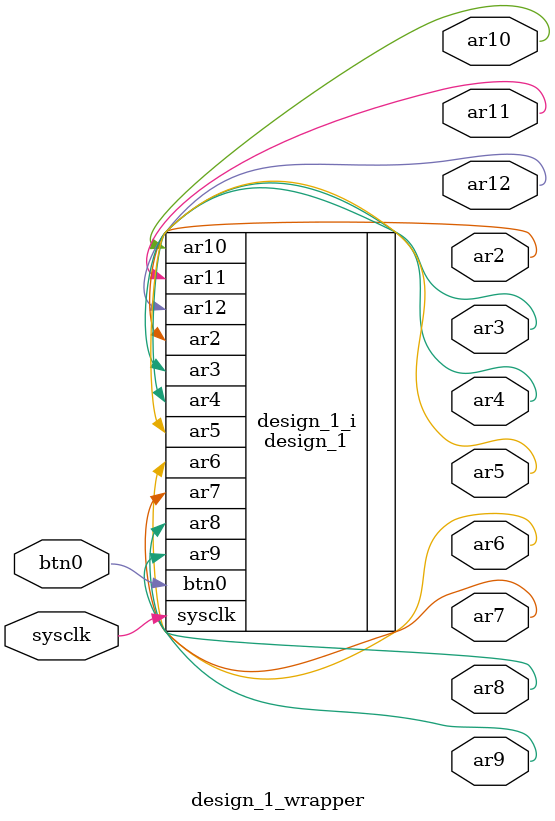
<source format=v>
`timescale 1 ps / 1 ps

module design_1_wrapper
   (ar10,
    ar11,
    ar12,
    ar2,
    ar3,
    ar4,
    ar5,
    ar6,
    ar7,
    ar8,
    ar9,
    btn0,
    sysclk);
  output ar10;
  output ar11;
  output ar12;
  output ar2;
  output ar3;
  output ar4;
  output ar5;
  output ar6;
  output ar7;
  output ar8;
  output ar9;
  input btn0;
  input sysclk;

  wire ar10;
  wire ar11;
  wire ar12;
  wire ar2;
  wire ar3;
  wire ar4;
  wire ar5;
  wire ar6;
  wire ar7;
  wire ar8;
  wire ar9;
  wire btn0;
  wire sysclk;

  design_1 design_1_i
       (.ar10(ar10),
        .ar11(ar11),
        .ar12(ar12),
        .ar2(ar2),
        .ar3(ar3),
        .ar4(ar4),
        .ar5(ar5),
        .ar6(ar6),
        .ar7(ar7),
        .ar8(ar8),
        .ar9(ar9),
        .btn0(btn0),
        .sysclk(sysclk));
endmodule

</source>
